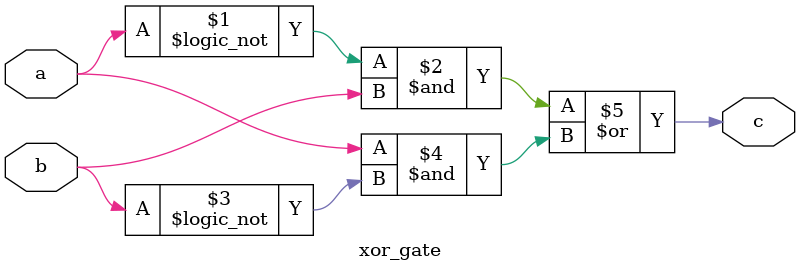
<source format=v>
`timescale 1ns / 1ps


module xor_gate(a,b,c);
    input a,b;
    output c;
    assign c = (!a&b) | (a&!b);
endmodule

</source>
